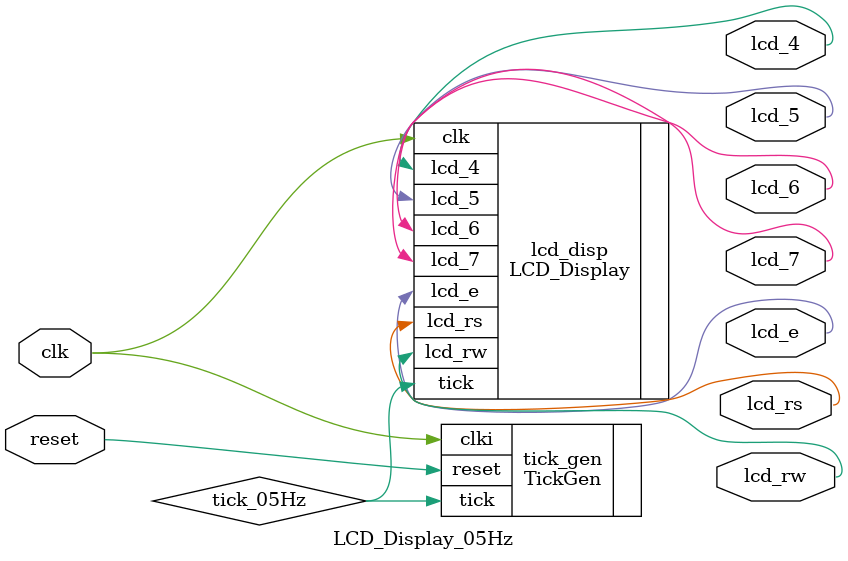
<source format=v>
`timescale 1ns / 1ps
module LCD_Display_05Hz(
    input wire clk,
    input wire reset,
    output wire lcd_rs, lcd_rw, lcd_e, lcd_4, lcd_5, lcd_6, lcd_7
);

	wire tick_05Hz;

	TickGen #(.M(25_000_000)) tick_gen (
		.clki(clk),
		.reset(reset),
		.tick(tick_05Hz)
    );
	 
	// LCD Display
	LCD_Display lcd_disp (
		.clk(clk),
		.tick(tick_05Hz),
		.lcd_rs(lcd_rs),
		.lcd_rw(lcd_rw),
		.lcd_e(lcd_e),
		.lcd_4(lcd_4),
		.lcd_5(lcd_5),
		.lcd_6(lcd_6),
		.lcd_7(lcd_7)
	);

endmodule

</source>
